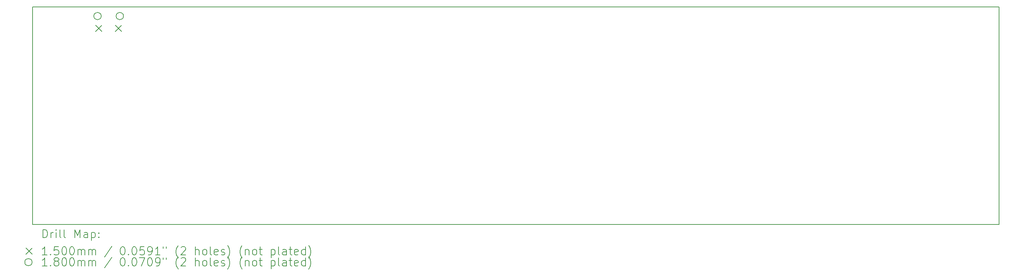
<source format=gbr>
%TF.GenerationSoftware,KiCad,Pcbnew,8.0.5+1*%
%TF.CreationDate,2024-11-03T00:00:47+00:00*%
%TF.ProjectId,nixie_clock,6e697869-655f-4636-9c6f-636b2e6b6963,rev?*%
%TF.SameCoordinates,Original*%
%TF.FileFunction,Drillmap*%
%TF.FilePolarity,Positive*%
%FSLAX45Y45*%
G04 Gerber Fmt 4.5, Leading zero omitted, Abs format (unit mm)*
G04 Created by KiCad (PCBNEW 8.0.5+1) date 2024-11-03 00:00:47*
%MOMM*%
%LPD*%
G01*
G04 APERTURE LIST*
%ADD10C,0.200000*%
%ADD11C,0.150000*%
%ADD12C,0.180000*%
G04 APERTURE END LIST*
D10*
X2920000Y-7780000D02*
X26545000Y-7780000D01*
X26545000Y-13105000D01*
X2920000Y-13105000D01*
X2920000Y-7780000D01*
D11*
X4463500Y-8228000D02*
X4613500Y-8378000D01*
X4613500Y-8228000D02*
X4463500Y-8378000D01*
X4948500Y-8228000D02*
X5098500Y-8378000D01*
X5098500Y-8228000D02*
X4948500Y-8378000D01*
D12*
X4598500Y-8000000D02*
G75*
G02*
X4418500Y-8000000I-90000J0D01*
G01*
X4418500Y-8000000D02*
G75*
G02*
X4598500Y-8000000I90000J0D01*
G01*
X5143500Y-8000000D02*
G75*
G02*
X4963500Y-8000000I-90000J0D01*
G01*
X4963500Y-8000000D02*
G75*
G02*
X5143500Y-8000000I90000J0D01*
G01*
D10*
X3170777Y-13426484D02*
X3170777Y-13226484D01*
X3170777Y-13226484D02*
X3218396Y-13226484D01*
X3218396Y-13226484D02*
X3246967Y-13236008D01*
X3246967Y-13236008D02*
X3266015Y-13255055D01*
X3266015Y-13255055D02*
X3275539Y-13274103D01*
X3275539Y-13274103D02*
X3285062Y-13312198D01*
X3285062Y-13312198D02*
X3285062Y-13340769D01*
X3285062Y-13340769D02*
X3275539Y-13378865D01*
X3275539Y-13378865D02*
X3266015Y-13397912D01*
X3266015Y-13397912D02*
X3246967Y-13416960D01*
X3246967Y-13416960D02*
X3218396Y-13426484D01*
X3218396Y-13426484D02*
X3170777Y-13426484D01*
X3370777Y-13426484D02*
X3370777Y-13293150D01*
X3370777Y-13331246D02*
X3380301Y-13312198D01*
X3380301Y-13312198D02*
X3389824Y-13302674D01*
X3389824Y-13302674D02*
X3408872Y-13293150D01*
X3408872Y-13293150D02*
X3427920Y-13293150D01*
X3494586Y-13426484D02*
X3494586Y-13293150D01*
X3494586Y-13226484D02*
X3485062Y-13236008D01*
X3485062Y-13236008D02*
X3494586Y-13245531D01*
X3494586Y-13245531D02*
X3504110Y-13236008D01*
X3504110Y-13236008D02*
X3494586Y-13226484D01*
X3494586Y-13226484D02*
X3494586Y-13245531D01*
X3618396Y-13426484D02*
X3599348Y-13416960D01*
X3599348Y-13416960D02*
X3589824Y-13397912D01*
X3589824Y-13397912D02*
X3589824Y-13226484D01*
X3723158Y-13426484D02*
X3704110Y-13416960D01*
X3704110Y-13416960D02*
X3694586Y-13397912D01*
X3694586Y-13397912D02*
X3694586Y-13226484D01*
X3951729Y-13426484D02*
X3951729Y-13226484D01*
X3951729Y-13226484D02*
X4018396Y-13369341D01*
X4018396Y-13369341D02*
X4085062Y-13226484D01*
X4085062Y-13226484D02*
X4085062Y-13426484D01*
X4266015Y-13426484D02*
X4266015Y-13321722D01*
X4266015Y-13321722D02*
X4256491Y-13302674D01*
X4256491Y-13302674D02*
X4237444Y-13293150D01*
X4237444Y-13293150D02*
X4199348Y-13293150D01*
X4199348Y-13293150D02*
X4180301Y-13302674D01*
X4266015Y-13416960D02*
X4246967Y-13426484D01*
X4246967Y-13426484D02*
X4199348Y-13426484D01*
X4199348Y-13426484D02*
X4180301Y-13416960D01*
X4180301Y-13416960D02*
X4170777Y-13397912D01*
X4170777Y-13397912D02*
X4170777Y-13378865D01*
X4170777Y-13378865D02*
X4180301Y-13359817D01*
X4180301Y-13359817D02*
X4199348Y-13350293D01*
X4199348Y-13350293D02*
X4246967Y-13350293D01*
X4246967Y-13350293D02*
X4266015Y-13340769D01*
X4361253Y-13293150D02*
X4361253Y-13493150D01*
X4361253Y-13302674D02*
X4380301Y-13293150D01*
X4380301Y-13293150D02*
X4418396Y-13293150D01*
X4418396Y-13293150D02*
X4437444Y-13302674D01*
X4437444Y-13302674D02*
X4446967Y-13312198D01*
X4446967Y-13312198D02*
X4456491Y-13331246D01*
X4456491Y-13331246D02*
X4456491Y-13388388D01*
X4456491Y-13388388D02*
X4446967Y-13407436D01*
X4446967Y-13407436D02*
X4437444Y-13416960D01*
X4437444Y-13416960D02*
X4418396Y-13426484D01*
X4418396Y-13426484D02*
X4380301Y-13426484D01*
X4380301Y-13426484D02*
X4361253Y-13416960D01*
X4542205Y-13407436D02*
X4551729Y-13416960D01*
X4551729Y-13416960D02*
X4542205Y-13426484D01*
X4542205Y-13426484D02*
X4532682Y-13416960D01*
X4532682Y-13416960D02*
X4542205Y-13407436D01*
X4542205Y-13407436D02*
X4542205Y-13426484D01*
X4542205Y-13302674D02*
X4551729Y-13312198D01*
X4551729Y-13312198D02*
X4542205Y-13321722D01*
X4542205Y-13321722D02*
X4532682Y-13312198D01*
X4532682Y-13312198D02*
X4542205Y-13302674D01*
X4542205Y-13302674D02*
X4542205Y-13321722D01*
D11*
X2760000Y-13680000D02*
X2910000Y-13830000D01*
X2910000Y-13680000D02*
X2760000Y-13830000D01*
D10*
X3275539Y-13846484D02*
X3161253Y-13846484D01*
X3218396Y-13846484D02*
X3218396Y-13646484D01*
X3218396Y-13646484D02*
X3199348Y-13675055D01*
X3199348Y-13675055D02*
X3180301Y-13694103D01*
X3180301Y-13694103D02*
X3161253Y-13703627D01*
X3361253Y-13827436D02*
X3370777Y-13836960D01*
X3370777Y-13836960D02*
X3361253Y-13846484D01*
X3361253Y-13846484D02*
X3351729Y-13836960D01*
X3351729Y-13836960D02*
X3361253Y-13827436D01*
X3361253Y-13827436D02*
X3361253Y-13846484D01*
X3551729Y-13646484D02*
X3456491Y-13646484D01*
X3456491Y-13646484D02*
X3446967Y-13741722D01*
X3446967Y-13741722D02*
X3456491Y-13732198D01*
X3456491Y-13732198D02*
X3475539Y-13722674D01*
X3475539Y-13722674D02*
X3523158Y-13722674D01*
X3523158Y-13722674D02*
X3542205Y-13732198D01*
X3542205Y-13732198D02*
X3551729Y-13741722D01*
X3551729Y-13741722D02*
X3561253Y-13760769D01*
X3561253Y-13760769D02*
X3561253Y-13808388D01*
X3561253Y-13808388D02*
X3551729Y-13827436D01*
X3551729Y-13827436D02*
X3542205Y-13836960D01*
X3542205Y-13836960D02*
X3523158Y-13846484D01*
X3523158Y-13846484D02*
X3475539Y-13846484D01*
X3475539Y-13846484D02*
X3456491Y-13836960D01*
X3456491Y-13836960D02*
X3446967Y-13827436D01*
X3685062Y-13646484D02*
X3704110Y-13646484D01*
X3704110Y-13646484D02*
X3723158Y-13656008D01*
X3723158Y-13656008D02*
X3732682Y-13665531D01*
X3732682Y-13665531D02*
X3742205Y-13684579D01*
X3742205Y-13684579D02*
X3751729Y-13722674D01*
X3751729Y-13722674D02*
X3751729Y-13770293D01*
X3751729Y-13770293D02*
X3742205Y-13808388D01*
X3742205Y-13808388D02*
X3732682Y-13827436D01*
X3732682Y-13827436D02*
X3723158Y-13836960D01*
X3723158Y-13836960D02*
X3704110Y-13846484D01*
X3704110Y-13846484D02*
X3685062Y-13846484D01*
X3685062Y-13846484D02*
X3666015Y-13836960D01*
X3666015Y-13836960D02*
X3656491Y-13827436D01*
X3656491Y-13827436D02*
X3646967Y-13808388D01*
X3646967Y-13808388D02*
X3637443Y-13770293D01*
X3637443Y-13770293D02*
X3637443Y-13722674D01*
X3637443Y-13722674D02*
X3646967Y-13684579D01*
X3646967Y-13684579D02*
X3656491Y-13665531D01*
X3656491Y-13665531D02*
X3666015Y-13656008D01*
X3666015Y-13656008D02*
X3685062Y-13646484D01*
X3875539Y-13646484D02*
X3894586Y-13646484D01*
X3894586Y-13646484D02*
X3913634Y-13656008D01*
X3913634Y-13656008D02*
X3923158Y-13665531D01*
X3923158Y-13665531D02*
X3932682Y-13684579D01*
X3932682Y-13684579D02*
X3942205Y-13722674D01*
X3942205Y-13722674D02*
X3942205Y-13770293D01*
X3942205Y-13770293D02*
X3932682Y-13808388D01*
X3932682Y-13808388D02*
X3923158Y-13827436D01*
X3923158Y-13827436D02*
X3913634Y-13836960D01*
X3913634Y-13836960D02*
X3894586Y-13846484D01*
X3894586Y-13846484D02*
X3875539Y-13846484D01*
X3875539Y-13846484D02*
X3856491Y-13836960D01*
X3856491Y-13836960D02*
X3846967Y-13827436D01*
X3846967Y-13827436D02*
X3837443Y-13808388D01*
X3837443Y-13808388D02*
X3827920Y-13770293D01*
X3827920Y-13770293D02*
X3827920Y-13722674D01*
X3827920Y-13722674D02*
X3837443Y-13684579D01*
X3837443Y-13684579D02*
X3846967Y-13665531D01*
X3846967Y-13665531D02*
X3856491Y-13656008D01*
X3856491Y-13656008D02*
X3875539Y-13646484D01*
X4027920Y-13846484D02*
X4027920Y-13713150D01*
X4027920Y-13732198D02*
X4037443Y-13722674D01*
X4037443Y-13722674D02*
X4056491Y-13713150D01*
X4056491Y-13713150D02*
X4085063Y-13713150D01*
X4085063Y-13713150D02*
X4104110Y-13722674D01*
X4104110Y-13722674D02*
X4113634Y-13741722D01*
X4113634Y-13741722D02*
X4113634Y-13846484D01*
X4113634Y-13741722D02*
X4123158Y-13722674D01*
X4123158Y-13722674D02*
X4142205Y-13713150D01*
X4142205Y-13713150D02*
X4170777Y-13713150D01*
X4170777Y-13713150D02*
X4189824Y-13722674D01*
X4189824Y-13722674D02*
X4199348Y-13741722D01*
X4199348Y-13741722D02*
X4199348Y-13846484D01*
X4294586Y-13846484D02*
X4294586Y-13713150D01*
X4294586Y-13732198D02*
X4304110Y-13722674D01*
X4304110Y-13722674D02*
X4323158Y-13713150D01*
X4323158Y-13713150D02*
X4351729Y-13713150D01*
X4351729Y-13713150D02*
X4370777Y-13722674D01*
X4370777Y-13722674D02*
X4380301Y-13741722D01*
X4380301Y-13741722D02*
X4380301Y-13846484D01*
X4380301Y-13741722D02*
X4389825Y-13722674D01*
X4389825Y-13722674D02*
X4408872Y-13713150D01*
X4408872Y-13713150D02*
X4437444Y-13713150D01*
X4437444Y-13713150D02*
X4456491Y-13722674D01*
X4456491Y-13722674D02*
X4466015Y-13741722D01*
X4466015Y-13741722D02*
X4466015Y-13846484D01*
X4856491Y-13636960D02*
X4685063Y-13894103D01*
X5113634Y-13646484D02*
X5132682Y-13646484D01*
X5132682Y-13646484D02*
X5151729Y-13656008D01*
X5151729Y-13656008D02*
X5161253Y-13665531D01*
X5161253Y-13665531D02*
X5170777Y-13684579D01*
X5170777Y-13684579D02*
X5180301Y-13722674D01*
X5180301Y-13722674D02*
X5180301Y-13770293D01*
X5180301Y-13770293D02*
X5170777Y-13808388D01*
X5170777Y-13808388D02*
X5161253Y-13827436D01*
X5161253Y-13827436D02*
X5151729Y-13836960D01*
X5151729Y-13836960D02*
X5132682Y-13846484D01*
X5132682Y-13846484D02*
X5113634Y-13846484D01*
X5113634Y-13846484D02*
X5094587Y-13836960D01*
X5094587Y-13836960D02*
X5085063Y-13827436D01*
X5085063Y-13827436D02*
X5075539Y-13808388D01*
X5075539Y-13808388D02*
X5066015Y-13770293D01*
X5066015Y-13770293D02*
X5066015Y-13722674D01*
X5066015Y-13722674D02*
X5075539Y-13684579D01*
X5075539Y-13684579D02*
X5085063Y-13665531D01*
X5085063Y-13665531D02*
X5094587Y-13656008D01*
X5094587Y-13656008D02*
X5113634Y-13646484D01*
X5266015Y-13827436D02*
X5275539Y-13836960D01*
X5275539Y-13836960D02*
X5266015Y-13846484D01*
X5266015Y-13846484D02*
X5256491Y-13836960D01*
X5256491Y-13836960D02*
X5266015Y-13827436D01*
X5266015Y-13827436D02*
X5266015Y-13846484D01*
X5399348Y-13646484D02*
X5418396Y-13646484D01*
X5418396Y-13646484D02*
X5437444Y-13656008D01*
X5437444Y-13656008D02*
X5446968Y-13665531D01*
X5446968Y-13665531D02*
X5456491Y-13684579D01*
X5456491Y-13684579D02*
X5466015Y-13722674D01*
X5466015Y-13722674D02*
X5466015Y-13770293D01*
X5466015Y-13770293D02*
X5456491Y-13808388D01*
X5456491Y-13808388D02*
X5446968Y-13827436D01*
X5446968Y-13827436D02*
X5437444Y-13836960D01*
X5437444Y-13836960D02*
X5418396Y-13846484D01*
X5418396Y-13846484D02*
X5399348Y-13846484D01*
X5399348Y-13846484D02*
X5380301Y-13836960D01*
X5380301Y-13836960D02*
X5370777Y-13827436D01*
X5370777Y-13827436D02*
X5361253Y-13808388D01*
X5361253Y-13808388D02*
X5351729Y-13770293D01*
X5351729Y-13770293D02*
X5351729Y-13722674D01*
X5351729Y-13722674D02*
X5361253Y-13684579D01*
X5361253Y-13684579D02*
X5370777Y-13665531D01*
X5370777Y-13665531D02*
X5380301Y-13656008D01*
X5380301Y-13656008D02*
X5399348Y-13646484D01*
X5646967Y-13646484D02*
X5551729Y-13646484D01*
X5551729Y-13646484D02*
X5542206Y-13741722D01*
X5542206Y-13741722D02*
X5551729Y-13732198D01*
X5551729Y-13732198D02*
X5570777Y-13722674D01*
X5570777Y-13722674D02*
X5618396Y-13722674D01*
X5618396Y-13722674D02*
X5637444Y-13732198D01*
X5637444Y-13732198D02*
X5646967Y-13741722D01*
X5646967Y-13741722D02*
X5656491Y-13760769D01*
X5656491Y-13760769D02*
X5656491Y-13808388D01*
X5656491Y-13808388D02*
X5646967Y-13827436D01*
X5646967Y-13827436D02*
X5637444Y-13836960D01*
X5637444Y-13836960D02*
X5618396Y-13846484D01*
X5618396Y-13846484D02*
X5570777Y-13846484D01*
X5570777Y-13846484D02*
X5551729Y-13836960D01*
X5551729Y-13836960D02*
X5542206Y-13827436D01*
X5751729Y-13846484D02*
X5789825Y-13846484D01*
X5789825Y-13846484D02*
X5808872Y-13836960D01*
X5808872Y-13836960D02*
X5818396Y-13827436D01*
X5818396Y-13827436D02*
X5837444Y-13798865D01*
X5837444Y-13798865D02*
X5846967Y-13760769D01*
X5846967Y-13760769D02*
X5846967Y-13684579D01*
X5846967Y-13684579D02*
X5837444Y-13665531D01*
X5837444Y-13665531D02*
X5827920Y-13656008D01*
X5827920Y-13656008D02*
X5808872Y-13646484D01*
X5808872Y-13646484D02*
X5770777Y-13646484D01*
X5770777Y-13646484D02*
X5751729Y-13656008D01*
X5751729Y-13656008D02*
X5742206Y-13665531D01*
X5742206Y-13665531D02*
X5732682Y-13684579D01*
X5732682Y-13684579D02*
X5732682Y-13732198D01*
X5732682Y-13732198D02*
X5742206Y-13751246D01*
X5742206Y-13751246D02*
X5751729Y-13760769D01*
X5751729Y-13760769D02*
X5770777Y-13770293D01*
X5770777Y-13770293D02*
X5808872Y-13770293D01*
X5808872Y-13770293D02*
X5827920Y-13760769D01*
X5827920Y-13760769D02*
X5837444Y-13751246D01*
X5837444Y-13751246D02*
X5846967Y-13732198D01*
X6037444Y-13846484D02*
X5923158Y-13846484D01*
X5980301Y-13846484D02*
X5980301Y-13646484D01*
X5980301Y-13646484D02*
X5961253Y-13675055D01*
X5961253Y-13675055D02*
X5942206Y-13694103D01*
X5942206Y-13694103D02*
X5923158Y-13703627D01*
X6113634Y-13646484D02*
X6113634Y-13684579D01*
X6189825Y-13646484D02*
X6189825Y-13684579D01*
X6485063Y-13922674D02*
X6475539Y-13913150D01*
X6475539Y-13913150D02*
X6456491Y-13884579D01*
X6456491Y-13884579D02*
X6446968Y-13865531D01*
X6446968Y-13865531D02*
X6437444Y-13836960D01*
X6437444Y-13836960D02*
X6427920Y-13789341D01*
X6427920Y-13789341D02*
X6427920Y-13751246D01*
X6427920Y-13751246D02*
X6437444Y-13703627D01*
X6437444Y-13703627D02*
X6446968Y-13675055D01*
X6446968Y-13675055D02*
X6456491Y-13656008D01*
X6456491Y-13656008D02*
X6475539Y-13627436D01*
X6475539Y-13627436D02*
X6485063Y-13617912D01*
X6551729Y-13665531D02*
X6561253Y-13656008D01*
X6561253Y-13656008D02*
X6580301Y-13646484D01*
X6580301Y-13646484D02*
X6627920Y-13646484D01*
X6627920Y-13646484D02*
X6646968Y-13656008D01*
X6646968Y-13656008D02*
X6656491Y-13665531D01*
X6656491Y-13665531D02*
X6666015Y-13684579D01*
X6666015Y-13684579D02*
X6666015Y-13703627D01*
X6666015Y-13703627D02*
X6656491Y-13732198D01*
X6656491Y-13732198D02*
X6542206Y-13846484D01*
X6542206Y-13846484D02*
X6666015Y-13846484D01*
X6904110Y-13846484D02*
X6904110Y-13646484D01*
X6989825Y-13846484D02*
X6989825Y-13741722D01*
X6989825Y-13741722D02*
X6980301Y-13722674D01*
X6980301Y-13722674D02*
X6961253Y-13713150D01*
X6961253Y-13713150D02*
X6932682Y-13713150D01*
X6932682Y-13713150D02*
X6913634Y-13722674D01*
X6913634Y-13722674D02*
X6904110Y-13732198D01*
X7113634Y-13846484D02*
X7094587Y-13836960D01*
X7094587Y-13836960D02*
X7085063Y-13827436D01*
X7085063Y-13827436D02*
X7075539Y-13808388D01*
X7075539Y-13808388D02*
X7075539Y-13751246D01*
X7075539Y-13751246D02*
X7085063Y-13732198D01*
X7085063Y-13732198D02*
X7094587Y-13722674D01*
X7094587Y-13722674D02*
X7113634Y-13713150D01*
X7113634Y-13713150D02*
X7142206Y-13713150D01*
X7142206Y-13713150D02*
X7161253Y-13722674D01*
X7161253Y-13722674D02*
X7170777Y-13732198D01*
X7170777Y-13732198D02*
X7180301Y-13751246D01*
X7180301Y-13751246D02*
X7180301Y-13808388D01*
X7180301Y-13808388D02*
X7170777Y-13827436D01*
X7170777Y-13827436D02*
X7161253Y-13836960D01*
X7161253Y-13836960D02*
X7142206Y-13846484D01*
X7142206Y-13846484D02*
X7113634Y-13846484D01*
X7294587Y-13846484D02*
X7275539Y-13836960D01*
X7275539Y-13836960D02*
X7266015Y-13817912D01*
X7266015Y-13817912D02*
X7266015Y-13646484D01*
X7446968Y-13836960D02*
X7427920Y-13846484D01*
X7427920Y-13846484D02*
X7389825Y-13846484D01*
X7389825Y-13846484D02*
X7370777Y-13836960D01*
X7370777Y-13836960D02*
X7361253Y-13817912D01*
X7361253Y-13817912D02*
X7361253Y-13741722D01*
X7361253Y-13741722D02*
X7370777Y-13722674D01*
X7370777Y-13722674D02*
X7389825Y-13713150D01*
X7389825Y-13713150D02*
X7427920Y-13713150D01*
X7427920Y-13713150D02*
X7446968Y-13722674D01*
X7446968Y-13722674D02*
X7456491Y-13741722D01*
X7456491Y-13741722D02*
X7456491Y-13760769D01*
X7456491Y-13760769D02*
X7361253Y-13779817D01*
X7532682Y-13836960D02*
X7551730Y-13846484D01*
X7551730Y-13846484D02*
X7589825Y-13846484D01*
X7589825Y-13846484D02*
X7608872Y-13836960D01*
X7608872Y-13836960D02*
X7618396Y-13817912D01*
X7618396Y-13817912D02*
X7618396Y-13808388D01*
X7618396Y-13808388D02*
X7608872Y-13789341D01*
X7608872Y-13789341D02*
X7589825Y-13779817D01*
X7589825Y-13779817D02*
X7561253Y-13779817D01*
X7561253Y-13779817D02*
X7542206Y-13770293D01*
X7542206Y-13770293D02*
X7532682Y-13751246D01*
X7532682Y-13751246D02*
X7532682Y-13741722D01*
X7532682Y-13741722D02*
X7542206Y-13722674D01*
X7542206Y-13722674D02*
X7561253Y-13713150D01*
X7561253Y-13713150D02*
X7589825Y-13713150D01*
X7589825Y-13713150D02*
X7608872Y-13722674D01*
X7685063Y-13922674D02*
X7694587Y-13913150D01*
X7694587Y-13913150D02*
X7713634Y-13884579D01*
X7713634Y-13884579D02*
X7723158Y-13865531D01*
X7723158Y-13865531D02*
X7732682Y-13836960D01*
X7732682Y-13836960D02*
X7742206Y-13789341D01*
X7742206Y-13789341D02*
X7742206Y-13751246D01*
X7742206Y-13751246D02*
X7732682Y-13703627D01*
X7732682Y-13703627D02*
X7723158Y-13675055D01*
X7723158Y-13675055D02*
X7713634Y-13656008D01*
X7713634Y-13656008D02*
X7694587Y-13627436D01*
X7694587Y-13627436D02*
X7685063Y-13617912D01*
X8046968Y-13922674D02*
X8037444Y-13913150D01*
X8037444Y-13913150D02*
X8018396Y-13884579D01*
X8018396Y-13884579D02*
X8008872Y-13865531D01*
X8008872Y-13865531D02*
X7999349Y-13836960D01*
X7999349Y-13836960D02*
X7989825Y-13789341D01*
X7989825Y-13789341D02*
X7989825Y-13751246D01*
X7989825Y-13751246D02*
X7999349Y-13703627D01*
X7999349Y-13703627D02*
X8008872Y-13675055D01*
X8008872Y-13675055D02*
X8018396Y-13656008D01*
X8018396Y-13656008D02*
X8037444Y-13627436D01*
X8037444Y-13627436D02*
X8046968Y-13617912D01*
X8123158Y-13713150D02*
X8123158Y-13846484D01*
X8123158Y-13732198D02*
X8132682Y-13722674D01*
X8132682Y-13722674D02*
X8151730Y-13713150D01*
X8151730Y-13713150D02*
X8180301Y-13713150D01*
X8180301Y-13713150D02*
X8199349Y-13722674D01*
X8199349Y-13722674D02*
X8208872Y-13741722D01*
X8208872Y-13741722D02*
X8208872Y-13846484D01*
X8332682Y-13846484D02*
X8313634Y-13836960D01*
X8313634Y-13836960D02*
X8304111Y-13827436D01*
X8304111Y-13827436D02*
X8294587Y-13808388D01*
X8294587Y-13808388D02*
X8294587Y-13751246D01*
X8294587Y-13751246D02*
X8304111Y-13732198D01*
X8304111Y-13732198D02*
X8313634Y-13722674D01*
X8313634Y-13722674D02*
X8332682Y-13713150D01*
X8332682Y-13713150D02*
X8361253Y-13713150D01*
X8361253Y-13713150D02*
X8380301Y-13722674D01*
X8380301Y-13722674D02*
X8389825Y-13732198D01*
X8389825Y-13732198D02*
X8399349Y-13751246D01*
X8399349Y-13751246D02*
X8399349Y-13808388D01*
X8399349Y-13808388D02*
X8389825Y-13827436D01*
X8389825Y-13827436D02*
X8380301Y-13836960D01*
X8380301Y-13836960D02*
X8361253Y-13846484D01*
X8361253Y-13846484D02*
X8332682Y-13846484D01*
X8456492Y-13713150D02*
X8532682Y-13713150D01*
X8485063Y-13646484D02*
X8485063Y-13817912D01*
X8485063Y-13817912D02*
X8494587Y-13836960D01*
X8494587Y-13836960D02*
X8513634Y-13846484D01*
X8513634Y-13846484D02*
X8532682Y-13846484D01*
X8751730Y-13713150D02*
X8751730Y-13913150D01*
X8751730Y-13722674D02*
X8770777Y-13713150D01*
X8770777Y-13713150D02*
X8808873Y-13713150D01*
X8808873Y-13713150D02*
X8827920Y-13722674D01*
X8827920Y-13722674D02*
X8837444Y-13732198D01*
X8837444Y-13732198D02*
X8846968Y-13751246D01*
X8846968Y-13751246D02*
X8846968Y-13808388D01*
X8846968Y-13808388D02*
X8837444Y-13827436D01*
X8837444Y-13827436D02*
X8827920Y-13836960D01*
X8827920Y-13836960D02*
X8808873Y-13846484D01*
X8808873Y-13846484D02*
X8770777Y-13846484D01*
X8770777Y-13846484D02*
X8751730Y-13836960D01*
X8961254Y-13846484D02*
X8942206Y-13836960D01*
X8942206Y-13836960D02*
X8932682Y-13817912D01*
X8932682Y-13817912D02*
X8932682Y-13646484D01*
X9123158Y-13846484D02*
X9123158Y-13741722D01*
X9123158Y-13741722D02*
X9113635Y-13722674D01*
X9113635Y-13722674D02*
X9094587Y-13713150D01*
X9094587Y-13713150D02*
X9056492Y-13713150D01*
X9056492Y-13713150D02*
X9037444Y-13722674D01*
X9123158Y-13836960D02*
X9104111Y-13846484D01*
X9104111Y-13846484D02*
X9056492Y-13846484D01*
X9056492Y-13846484D02*
X9037444Y-13836960D01*
X9037444Y-13836960D02*
X9027920Y-13817912D01*
X9027920Y-13817912D02*
X9027920Y-13798865D01*
X9027920Y-13798865D02*
X9037444Y-13779817D01*
X9037444Y-13779817D02*
X9056492Y-13770293D01*
X9056492Y-13770293D02*
X9104111Y-13770293D01*
X9104111Y-13770293D02*
X9123158Y-13760769D01*
X9189825Y-13713150D02*
X9266015Y-13713150D01*
X9218396Y-13646484D02*
X9218396Y-13817912D01*
X9218396Y-13817912D02*
X9227920Y-13836960D01*
X9227920Y-13836960D02*
X9246968Y-13846484D01*
X9246968Y-13846484D02*
X9266015Y-13846484D01*
X9408873Y-13836960D02*
X9389825Y-13846484D01*
X9389825Y-13846484D02*
X9351730Y-13846484D01*
X9351730Y-13846484D02*
X9332682Y-13836960D01*
X9332682Y-13836960D02*
X9323158Y-13817912D01*
X9323158Y-13817912D02*
X9323158Y-13741722D01*
X9323158Y-13741722D02*
X9332682Y-13722674D01*
X9332682Y-13722674D02*
X9351730Y-13713150D01*
X9351730Y-13713150D02*
X9389825Y-13713150D01*
X9389825Y-13713150D02*
X9408873Y-13722674D01*
X9408873Y-13722674D02*
X9418396Y-13741722D01*
X9418396Y-13741722D02*
X9418396Y-13760769D01*
X9418396Y-13760769D02*
X9323158Y-13779817D01*
X9589825Y-13846484D02*
X9589825Y-13646484D01*
X9589825Y-13836960D02*
X9570777Y-13846484D01*
X9570777Y-13846484D02*
X9532682Y-13846484D01*
X9532682Y-13846484D02*
X9513635Y-13836960D01*
X9513635Y-13836960D02*
X9504111Y-13827436D01*
X9504111Y-13827436D02*
X9494587Y-13808388D01*
X9494587Y-13808388D02*
X9494587Y-13751246D01*
X9494587Y-13751246D02*
X9504111Y-13732198D01*
X9504111Y-13732198D02*
X9513635Y-13722674D01*
X9513635Y-13722674D02*
X9532682Y-13713150D01*
X9532682Y-13713150D02*
X9570777Y-13713150D01*
X9570777Y-13713150D02*
X9589825Y-13722674D01*
X9666016Y-13922674D02*
X9675539Y-13913150D01*
X9675539Y-13913150D02*
X9694587Y-13884579D01*
X9694587Y-13884579D02*
X9704111Y-13865531D01*
X9704111Y-13865531D02*
X9713635Y-13836960D01*
X9713635Y-13836960D02*
X9723158Y-13789341D01*
X9723158Y-13789341D02*
X9723158Y-13751246D01*
X9723158Y-13751246D02*
X9713635Y-13703627D01*
X9713635Y-13703627D02*
X9704111Y-13675055D01*
X9704111Y-13675055D02*
X9694587Y-13656008D01*
X9694587Y-13656008D02*
X9675539Y-13627436D01*
X9675539Y-13627436D02*
X9666016Y-13617912D01*
D12*
X2910000Y-14025000D02*
G75*
G02*
X2730000Y-14025000I-90000J0D01*
G01*
X2730000Y-14025000D02*
G75*
G02*
X2910000Y-14025000I90000J0D01*
G01*
D10*
X3275539Y-14116484D02*
X3161253Y-14116484D01*
X3218396Y-14116484D02*
X3218396Y-13916484D01*
X3218396Y-13916484D02*
X3199348Y-13945055D01*
X3199348Y-13945055D02*
X3180301Y-13964103D01*
X3180301Y-13964103D02*
X3161253Y-13973627D01*
X3361253Y-14097436D02*
X3370777Y-14106960D01*
X3370777Y-14106960D02*
X3361253Y-14116484D01*
X3361253Y-14116484D02*
X3351729Y-14106960D01*
X3351729Y-14106960D02*
X3361253Y-14097436D01*
X3361253Y-14097436D02*
X3361253Y-14116484D01*
X3485062Y-14002198D02*
X3466015Y-13992674D01*
X3466015Y-13992674D02*
X3456491Y-13983150D01*
X3456491Y-13983150D02*
X3446967Y-13964103D01*
X3446967Y-13964103D02*
X3446967Y-13954579D01*
X3446967Y-13954579D02*
X3456491Y-13935531D01*
X3456491Y-13935531D02*
X3466015Y-13926008D01*
X3466015Y-13926008D02*
X3485062Y-13916484D01*
X3485062Y-13916484D02*
X3523158Y-13916484D01*
X3523158Y-13916484D02*
X3542205Y-13926008D01*
X3542205Y-13926008D02*
X3551729Y-13935531D01*
X3551729Y-13935531D02*
X3561253Y-13954579D01*
X3561253Y-13954579D02*
X3561253Y-13964103D01*
X3561253Y-13964103D02*
X3551729Y-13983150D01*
X3551729Y-13983150D02*
X3542205Y-13992674D01*
X3542205Y-13992674D02*
X3523158Y-14002198D01*
X3523158Y-14002198D02*
X3485062Y-14002198D01*
X3485062Y-14002198D02*
X3466015Y-14011722D01*
X3466015Y-14011722D02*
X3456491Y-14021246D01*
X3456491Y-14021246D02*
X3446967Y-14040293D01*
X3446967Y-14040293D02*
X3446967Y-14078388D01*
X3446967Y-14078388D02*
X3456491Y-14097436D01*
X3456491Y-14097436D02*
X3466015Y-14106960D01*
X3466015Y-14106960D02*
X3485062Y-14116484D01*
X3485062Y-14116484D02*
X3523158Y-14116484D01*
X3523158Y-14116484D02*
X3542205Y-14106960D01*
X3542205Y-14106960D02*
X3551729Y-14097436D01*
X3551729Y-14097436D02*
X3561253Y-14078388D01*
X3561253Y-14078388D02*
X3561253Y-14040293D01*
X3561253Y-14040293D02*
X3551729Y-14021246D01*
X3551729Y-14021246D02*
X3542205Y-14011722D01*
X3542205Y-14011722D02*
X3523158Y-14002198D01*
X3685062Y-13916484D02*
X3704110Y-13916484D01*
X3704110Y-13916484D02*
X3723158Y-13926008D01*
X3723158Y-13926008D02*
X3732682Y-13935531D01*
X3732682Y-13935531D02*
X3742205Y-13954579D01*
X3742205Y-13954579D02*
X3751729Y-13992674D01*
X3751729Y-13992674D02*
X3751729Y-14040293D01*
X3751729Y-14040293D02*
X3742205Y-14078388D01*
X3742205Y-14078388D02*
X3732682Y-14097436D01*
X3732682Y-14097436D02*
X3723158Y-14106960D01*
X3723158Y-14106960D02*
X3704110Y-14116484D01*
X3704110Y-14116484D02*
X3685062Y-14116484D01*
X3685062Y-14116484D02*
X3666015Y-14106960D01*
X3666015Y-14106960D02*
X3656491Y-14097436D01*
X3656491Y-14097436D02*
X3646967Y-14078388D01*
X3646967Y-14078388D02*
X3637443Y-14040293D01*
X3637443Y-14040293D02*
X3637443Y-13992674D01*
X3637443Y-13992674D02*
X3646967Y-13954579D01*
X3646967Y-13954579D02*
X3656491Y-13935531D01*
X3656491Y-13935531D02*
X3666015Y-13926008D01*
X3666015Y-13926008D02*
X3685062Y-13916484D01*
X3875539Y-13916484D02*
X3894586Y-13916484D01*
X3894586Y-13916484D02*
X3913634Y-13926008D01*
X3913634Y-13926008D02*
X3923158Y-13935531D01*
X3923158Y-13935531D02*
X3932682Y-13954579D01*
X3932682Y-13954579D02*
X3942205Y-13992674D01*
X3942205Y-13992674D02*
X3942205Y-14040293D01*
X3942205Y-14040293D02*
X3932682Y-14078388D01*
X3932682Y-14078388D02*
X3923158Y-14097436D01*
X3923158Y-14097436D02*
X3913634Y-14106960D01*
X3913634Y-14106960D02*
X3894586Y-14116484D01*
X3894586Y-14116484D02*
X3875539Y-14116484D01*
X3875539Y-14116484D02*
X3856491Y-14106960D01*
X3856491Y-14106960D02*
X3846967Y-14097436D01*
X3846967Y-14097436D02*
X3837443Y-14078388D01*
X3837443Y-14078388D02*
X3827920Y-14040293D01*
X3827920Y-14040293D02*
X3827920Y-13992674D01*
X3827920Y-13992674D02*
X3837443Y-13954579D01*
X3837443Y-13954579D02*
X3846967Y-13935531D01*
X3846967Y-13935531D02*
X3856491Y-13926008D01*
X3856491Y-13926008D02*
X3875539Y-13916484D01*
X4027920Y-14116484D02*
X4027920Y-13983150D01*
X4027920Y-14002198D02*
X4037443Y-13992674D01*
X4037443Y-13992674D02*
X4056491Y-13983150D01*
X4056491Y-13983150D02*
X4085063Y-13983150D01*
X4085063Y-13983150D02*
X4104110Y-13992674D01*
X4104110Y-13992674D02*
X4113634Y-14011722D01*
X4113634Y-14011722D02*
X4113634Y-14116484D01*
X4113634Y-14011722D02*
X4123158Y-13992674D01*
X4123158Y-13992674D02*
X4142205Y-13983150D01*
X4142205Y-13983150D02*
X4170777Y-13983150D01*
X4170777Y-13983150D02*
X4189824Y-13992674D01*
X4189824Y-13992674D02*
X4199348Y-14011722D01*
X4199348Y-14011722D02*
X4199348Y-14116484D01*
X4294586Y-14116484D02*
X4294586Y-13983150D01*
X4294586Y-14002198D02*
X4304110Y-13992674D01*
X4304110Y-13992674D02*
X4323158Y-13983150D01*
X4323158Y-13983150D02*
X4351729Y-13983150D01*
X4351729Y-13983150D02*
X4370777Y-13992674D01*
X4370777Y-13992674D02*
X4380301Y-14011722D01*
X4380301Y-14011722D02*
X4380301Y-14116484D01*
X4380301Y-14011722D02*
X4389825Y-13992674D01*
X4389825Y-13992674D02*
X4408872Y-13983150D01*
X4408872Y-13983150D02*
X4437444Y-13983150D01*
X4437444Y-13983150D02*
X4456491Y-13992674D01*
X4456491Y-13992674D02*
X4466015Y-14011722D01*
X4466015Y-14011722D02*
X4466015Y-14116484D01*
X4856491Y-13906960D02*
X4685063Y-14164103D01*
X5113634Y-13916484D02*
X5132682Y-13916484D01*
X5132682Y-13916484D02*
X5151729Y-13926008D01*
X5151729Y-13926008D02*
X5161253Y-13935531D01*
X5161253Y-13935531D02*
X5170777Y-13954579D01*
X5170777Y-13954579D02*
X5180301Y-13992674D01*
X5180301Y-13992674D02*
X5180301Y-14040293D01*
X5180301Y-14040293D02*
X5170777Y-14078388D01*
X5170777Y-14078388D02*
X5161253Y-14097436D01*
X5161253Y-14097436D02*
X5151729Y-14106960D01*
X5151729Y-14106960D02*
X5132682Y-14116484D01*
X5132682Y-14116484D02*
X5113634Y-14116484D01*
X5113634Y-14116484D02*
X5094587Y-14106960D01*
X5094587Y-14106960D02*
X5085063Y-14097436D01*
X5085063Y-14097436D02*
X5075539Y-14078388D01*
X5075539Y-14078388D02*
X5066015Y-14040293D01*
X5066015Y-14040293D02*
X5066015Y-13992674D01*
X5066015Y-13992674D02*
X5075539Y-13954579D01*
X5075539Y-13954579D02*
X5085063Y-13935531D01*
X5085063Y-13935531D02*
X5094587Y-13926008D01*
X5094587Y-13926008D02*
X5113634Y-13916484D01*
X5266015Y-14097436D02*
X5275539Y-14106960D01*
X5275539Y-14106960D02*
X5266015Y-14116484D01*
X5266015Y-14116484D02*
X5256491Y-14106960D01*
X5256491Y-14106960D02*
X5266015Y-14097436D01*
X5266015Y-14097436D02*
X5266015Y-14116484D01*
X5399348Y-13916484D02*
X5418396Y-13916484D01*
X5418396Y-13916484D02*
X5437444Y-13926008D01*
X5437444Y-13926008D02*
X5446968Y-13935531D01*
X5446968Y-13935531D02*
X5456491Y-13954579D01*
X5456491Y-13954579D02*
X5466015Y-13992674D01*
X5466015Y-13992674D02*
X5466015Y-14040293D01*
X5466015Y-14040293D02*
X5456491Y-14078388D01*
X5456491Y-14078388D02*
X5446968Y-14097436D01*
X5446968Y-14097436D02*
X5437444Y-14106960D01*
X5437444Y-14106960D02*
X5418396Y-14116484D01*
X5418396Y-14116484D02*
X5399348Y-14116484D01*
X5399348Y-14116484D02*
X5380301Y-14106960D01*
X5380301Y-14106960D02*
X5370777Y-14097436D01*
X5370777Y-14097436D02*
X5361253Y-14078388D01*
X5361253Y-14078388D02*
X5351729Y-14040293D01*
X5351729Y-14040293D02*
X5351729Y-13992674D01*
X5351729Y-13992674D02*
X5361253Y-13954579D01*
X5361253Y-13954579D02*
X5370777Y-13935531D01*
X5370777Y-13935531D02*
X5380301Y-13926008D01*
X5380301Y-13926008D02*
X5399348Y-13916484D01*
X5532682Y-13916484D02*
X5666015Y-13916484D01*
X5666015Y-13916484D02*
X5580301Y-14116484D01*
X5780301Y-13916484D02*
X5799348Y-13916484D01*
X5799348Y-13916484D02*
X5818396Y-13926008D01*
X5818396Y-13926008D02*
X5827920Y-13935531D01*
X5827920Y-13935531D02*
X5837444Y-13954579D01*
X5837444Y-13954579D02*
X5846967Y-13992674D01*
X5846967Y-13992674D02*
X5846967Y-14040293D01*
X5846967Y-14040293D02*
X5837444Y-14078388D01*
X5837444Y-14078388D02*
X5827920Y-14097436D01*
X5827920Y-14097436D02*
X5818396Y-14106960D01*
X5818396Y-14106960D02*
X5799348Y-14116484D01*
X5799348Y-14116484D02*
X5780301Y-14116484D01*
X5780301Y-14116484D02*
X5761253Y-14106960D01*
X5761253Y-14106960D02*
X5751729Y-14097436D01*
X5751729Y-14097436D02*
X5742206Y-14078388D01*
X5742206Y-14078388D02*
X5732682Y-14040293D01*
X5732682Y-14040293D02*
X5732682Y-13992674D01*
X5732682Y-13992674D02*
X5742206Y-13954579D01*
X5742206Y-13954579D02*
X5751729Y-13935531D01*
X5751729Y-13935531D02*
X5761253Y-13926008D01*
X5761253Y-13926008D02*
X5780301Y-13916484D01*
X5942206Y-14116484D02*
X5980301Y-14116484D01*
X5980301Y-14116484D02*
X5999348Y-14106960D01*
X5999348Y-14106960D02*
X6008872Y-14097436D01*
X6008872Y-14097436D02*
X6027920Y-14068865D01*
X6027920Y-14068865D02*
X6037444Y-14030769D01*
X6037444Y-14030769D02*
X6037444Y-13954579D01*
X6037444Y-13954579D02*
X6027920Y-13935531D01*
X6027920Y-13935531D02*
X6018396Y-13926008D01*
X6018396Y-13926008D02*
X5999348Y-13916484D01*
X5999348Y-13916484D02*
X5961253Y-13916484D01*
X5961253Y-13916484D02*
X5942206Y-13926008D01*
X5942206Y-13926008D02*
X5932682Y-13935531D01*
X5932682Y-13935531D02*
X5923158Y-13954579D01*
X5923158Y-13954579D02*
X5923158Y-14002198D01*
X5923158Y-14002198D02*
X5932682Y-14021246D01*
X5932682Y-14021246D02*
X5942206Y-14030769D01*
X5942206Y-14030769D02*
X5961253Y-14040293D01*
X5961253Y-14040293D02*
X5999348Y-14040293D01*
X5999348Y-14040293D02*
X6018396Y-14030769D01*
X6018396Y-14030769D02*
X6027920Y-14021246D01*
X6027920Y-14021246D02*
X6037444Y-14002198D01*
X6113634Y-13916484D02*
X6113634Y-13954579D01*
X6189825Y-13916484D02*
X6189825Y-13954579D01*
X6485063Y-14192674D02*
X6475539Y-14183150D01*
X6475539Y-14183150D02*
X6456491Y-14154579D01*
X6456491Y-14154579D02*
X6446968Y-14135531D01*
X6446968Y-14135531D02*
X6437444Y-14106960D01*
X6437444Y-14106960D02*
X6427920Y-14059341D01*
X6427920Y-14059341D02*
X6427920Y-14021246D01*
X6427920Y-14021246D02*
X6437444Y-13973627D01*
X6437444Y-13973627D02*
X6446968Y-13945055D01*
X6446968Y-13945055D02*
X6456491Y-13926008D01*
X6456491Y-13926008D02*
X6475539Y-13897436D01*
X6475539Y-13897436D02*
X6485063Y-13887912D01*
X6551729Y-13935531D02*
X6561253Y-13926008D01*
X6561253Y-13926008D02*
X6580301Y-13916484D01*
X6580301Y-13916484D02*
X6627920Y-13916484D01*
X6627920Y-13916484D02*
X6646968Y-13926008D01*
X6646968Y-13926008D02*
X6656491Y-13935531D01*
X6656491Y-13935531D02*
X6666015Y-13954579D01*
X6666015Y-13954579D02*
X6666015Y-13973627D01*
X6666015Y-13973627D02*
X6656491Y-14002198D01*
X6656491Y-14002198D02*
X6542206Y-14116484D01*
X6542206Y-14116484D02*
X6666015Y-14116484D01*
X6904110Y-14116484D02*
X6904110Y-13916484D01*
X6989825Y-14116484D02*
X6989825Y-14011722D01*
X6989825Y-14011722D02*
X6980301Y-13992674D01*
X6980301Y-13992674D02*
X6961253Y-13983150D01*
X6961253Y-13983150D02*
X6932682Y-13983150D01*
X6932682Y-13983150D02*
X6913634Y-13992674D01*
X6913634Y-13992674D02*
X6904110Y-14002198D01*
X7113634Y-14116484D02*
X7094587Y-14106960D01*
X7094587Y-14106960D02*
X7085063Y-14097436D01*
X7085063Y-14097436D02*
X7075539Y-14078388D01*
X7075539Y-14078388D02*
X7075539Y-14021246D01*
X7075539Y-14021246D02*
X7085063Y-14002198D01*
X7085063Y-14002198D02*
X7094587Y-13992674D01*
X7094587Y-13992674D02*
X7113634Y-13983150D01*
X7113634Y-13983150D02*
X7142206Y-13983150D01*
X7142206Y-13983150D02*
X7161253Y-13992674D01*
X7161253Y-13992674D02*
X7170777Y-14002198D01*
X7170777Y-14002198D02*
X7180301Y-14021246D01*
X7180301Y-14021246D02*
X7180301Y-14078388D01*
X7180301Y-14078388D02*
X7170777Y-14097436D01*
X7170777Y-14097436D02*
X7161253Y-14106960D01*
X7161253Y-14106960D02*
X7142206Y-14116484D01*
X7142206Y-14116484D02*
X7113634Y-14116484D01*
X7294587Y-14116484D02*
X7275539Y-14106960D01*
X7275539Y-14106960D02*
X7266015Y-14087912D01*
X7266015Y-14087912D02*
X7266015Y-13916484D01*
X7446968Y-14106960D02*
X7427920Y-14116484D01*
X7427920Y-14116484D02*
X7389825Y-14116484D01*
X7389825Y-14116484D02*
X7370777Y-14106960D01*
X7370777Y-14106960D02*
X7361253Y-14087912D01*
X7361253Y-14087912D02*
X7361253Y-14011722D01*
X7361253Y-14011722D02*
X7370777Y-13992674D01*
X7370777Y-13992674D02*
X7389825Y-13983150D01*
X7389825Y-13983150D02*
X7427920Y-13983150D01*
X7427920Y-13983150D02*
X7446968Y-13992674D01*
X7446968Y-13992674D02*
X7456491Y-14011722D01*
X7456491Y-14011722D02*
X7456491Y-14030769D01*
X7456491Y-14030769D02*
X7361253Y-14049817D01*
X7532682Y-14106960D02*
X7551730Y-14116484D01*
X7551730Y-14116484D02*
X7589825Y-14116484D01*
X7589825Y-14116484D02*
X7608872Y-14106960D01*
X7608872Y-14106960D02*
X7618396Y-14087912D01*
X7618396Y-14087912D02*
X7618396Y-14078388D01*
X7618396Y-14078388D02*
X7608872Y-14059341D01*
X7608872Y-14059341D02*
X7589825Y-14049817D01*
X7589825Y-14049817D02*
X7561253Y-14049817D01*
X7561253Y-14049817D02*
X7542206Y-14040293D01*
X7542206Y-14040293D02*
X7532682Y-14021246D01*
X7532682Y-14021246D02*
X7532682Y-14011722D01*
X7532682Y-14011722D02*
X7542206Y-13992674D01*
X7542206Y-13992674D02*
X7561253Y-13983150D01*
X7561253Y-13983150D02*
X7589825Y-13983150D01*
X7589825Y-13983150D02*
X7608872Y-13992674D01*
X7685063Y-14192674D02*
X7694587Y-14183150D01*
X7694587Y-14183150D02*
X7713634Y-14154579D01*
X7713634Y-14154579D02*
X7723158Y-14135531D01*
X7723158Y-14135531D02*
X7732682Y-14106960D01*
X7732682Y-14106960D02*
X7742206Y-14059341D01*
X7742206Y-14059341D02*
X7742206Y-14021246D01*
X7742206Y-14021246D02*
X7732682Y-13973627D01*
X7732682Y-13973627D02*
X7723158Y-13945055D01*
X7723158Y-13945055D02*
X7713634Y-13926008D01*
X7713634Y-13926008D02*
X7694587Y-13897436D01*
X7694587Y-13897436D02*
X7685063Y-13887912D01*
X8046968Y-14192674D02*
X8037444Y-14183150D01*
X8037444Y-14183150D02*
X8018396Y-14154579D01*
X8018396Y-14154579D02*
X8008872Y-14135531D01*
X8008872Y-14135531D02*
X7999349Y-14106960D01*
X7999349Y-14106960D02*
X7989825Y-14059341D01*
X7989825Y-14059341D02*
X7989825Y-14021246D01*
X7989825Y-14021246D02*
X7999349Y-13973627D01*
X7999349Y-13973627D02*
X8008872Y-13945055D01*
X8008872Y-13945055D02*
X8018396Y-13926008D01*
X8018396Y-13926008D02*
X8037444Y-13897436D01*
X8037444Y-13897436D02*
X8046968Y-13887912D01*
X8123158Y-13983150D02*
X8123158Y-14116484D01*
X8123158Y-14002198D02*
X8132682Y-13992674D01*
X8132682Y-13992674D02*
X8151730Y-13983150D01*
X8151730Y-13983150D02*
X8180301Y-13983150D01*
X8180301Y-13983150D02*
X8199349Y-13992674D01*
X8199349Y-13992674D02*
X8208872Y-14011722D01*
X8208872Y-14011722D02*
X8208872Y-14116484D01*
X8332682Y-14116484D02*
X8313634Y-14106960D01*
X8313634Y-14106960D02*
X8304111Y-14097436D01*
X8304111Y-14097436D02*
X8294587Y-14078388D01*
X8294587Y-14078388D02*
X8294587Y-14021246D01*
X8294587Y-14021246D02*
X8304111Y-14002198D01*
X8304111Y-14002198D02*
X8313634Y-13992674D01*
X8313634Y-13992674D02*
X8332682Y-13983150D01*
X8332682Y-13983150D02*
X8361253Y-13983150D01*
X8361253Y-13983150D02*
X8380301Y-13992674D01*
X8380301Y-13992674D02*
X8389825Y-14002198D01*
X8389825Y-14002198D02*
X8399349Y-14021246D01*
X8399349Y-14021246D02*
X8399349Y-14078388D01*
X8399349Y-14078388D02*
X8389825Y-14097436D01*
X8389825Y-14097436D02*
X8380301Y-14106960D01*
X8380301Y-14106960D02*
X8361253Y-14116484D01*
X8361253Y-14116484D02*
X8332682Y-14116484D01*
X8456492Y-13983150D02*
X8532682Y-13983150D01*
X8485063Y-13916484D02*
X8485063Y-14087912D01*
X8485063Y-14087912D02*
X8494587Y-14106960D01*
X8494587Y-14106960D02*
X8513634Y-14116484D01*
X8513634Y-14116484D02*
X8532682Y-14116484D01*
X8751730Y-13983150D02*
X8751730Y-14183150D01*
X8751730Y-13992674D02*
X8770777Y-13983150D01*
X8770777Y-13983150D02*
X8808873Y-13983150D01*
X8808873Y-13983150D02*
X8827920Y-13992674D01*
X8827920Y-13992674D02*
X8837444Y-14002198D01*
X8837444Y-14002198D02*
X8846968Y-14021246D01*
X8846968Y-14021246D02*
X8846968Y-14078388D01*
X8846968Y-14078388D02*
X8837444Y-14097436D01*
X8837444Y-14097436D02*
X8827920Y-14106960D01*
X8827920Y-14106960D02*
X8808873Y-14116484D01*
X8808873Y-14116484D02*
X8770777Y-14116484D01*
X8770777Y-14116484D02*
X8751730Y-14106960D01*
X8961254Y-14116484D02*
X8942206Y-14106960D01*
X8942206Y-14106960D02*
X8932682Y-14087912D01*
X8932682Y-14087912D02*
X8932682Y-13916484D01*
X9123158Y-14116484D02*
X9123158Y-14011722D01*
X9123158Y-14011722D02*
X9113635Y-13992674D01*
X9113635Y-13992674D02*
X9094587Y-13983150D01*
X9094587Y-13983150D02*
X9056492Y-13983150D01*
X9056492Y-13983150D02*
X9037444Y-13992674D01*
X9123158Y-14106960D02*
X9104111Y-14116484D01*
X9104111Y-14116484D02*
X9056492Y-14116484D01*
X9056492Y-14116484D02*
X9037444Y-14106960D01*
X9037444Y-14106960D02*
X9027920Y-14087912D01*
X9027920Y-14087912D02*
X9027920Y-14068865D01*
X9027920Y-14068865D02*
X9037444Y-14049817D01*
X9037444Y-14049817D02*
X9056492Y-14040293D01*
X9056492Y-14040293D02*
X9104111Y-14040293D01*
X9104111Y-14040293D02*
X9123158Y-14030769D01*
X9189825Y-13983150D02*
X9266015Y-13983150D01*
X9218396Y-13916484D02*
X9218396Y-14087912D01*
X9218396Y-14087912D02*
X9227920Y-14106960D01*
X9227920Y-14106960D02*
X9246968Y-14116484D01*
X9246968Y-14116484D02*
X9266015Y-14116484D01*
X9408873Y-14106960D02*
X9389825Y-14116484D01*
X9389825Y-14116484D02*
X9351730Y-14116484D01*
X9351730Y-14116484D02*
X9332682Y-14106960D01*
X9332682Y-14106960D02*
X9323158Y-14087912D01*
X9323158Y-14087912D02*
X9323158Y-14011722D01*
X9323158Y-14011722D02*
X9332682Y-13992674D01*
X9332682Y-13992674D02*
X9351730Y-13983150D01*
X9351730Y-13983150D02*
X9389825Y-13983150D01*
X9389825Y-13983150D02*
X9408873Y-13992674D01*
X9408873Y-13992674D02*
X9418396Y-14011722D01*
X9418396Y-14011722D02*
X9418396Y-14030769D01*
X9418396Y-14030769D02*
X9323158Y-14049817D01*
X9589825Y-14116484D02*
X9589825Y-13916484D01*
X9589825Y-14106960D02*
X9570777Y-14116484D01*
X9570777Y-14116484D02*
X9532682Y-14116484D01*
X9532682Y-14116484D02*
X9513635Y-14106960D01*
X9513635Y-14106960D02*
X9504111Y-14097436D01*
X9504111Y-14097436D02*
X9494587Y-14078388D01*
X9494587Y-14078388D02*
X9494587Y-14021246D01*
X9494587Y-14021246D02*
X9504111Y-14002198D01*
X9504111Y-14002198D02*
X9513635Y-13992674D01*
X9513635Y-13992674D02*
X9532682Y-13983150D01*
X9532682Y-13983150D02*
X9570777Y-13983150D01*
X9570777Y-13983150D02*
X9589825Y-13992674D01*
X9666016Y-14192674D02*
X9675539Y-14183150D01*
X9675539Y-14183150D02*
X9694587Y-14154579D01*
X9694587Y-14154579D02*
X9704111Y-14135531D01*
X9704111Y-14135531D02*
X9713635Y-14106960D01*
X9713635Y-14106960D02*
X9723158Y-14059341D01*
X9723158Y-14059341D02*
X9723158Y-14021246D01*
X9723158Y-14021246D02*
X9713635Y-13973627D01*
X9713635Y-13973627D02*
X9704111Y-13945055D01*
X9704111Y-13945055D02*
X9694587Y-13926008D01*
X9694587Y-13926008D02*
X9675539Y-13897436D01*
X9675539Y-13897436D02*
X9666016Y-13887912D01*
M02*

</source>
